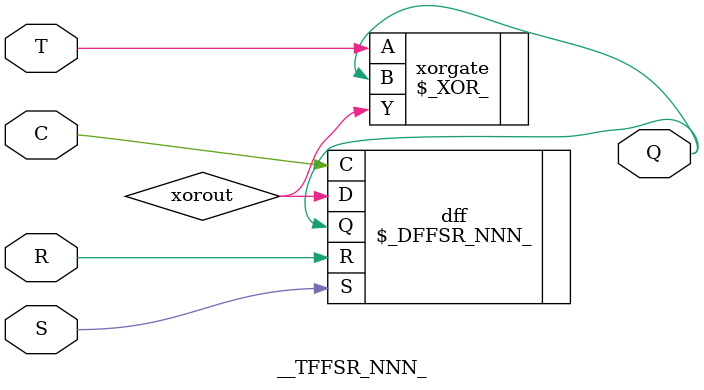
<source format=v>
module __TFFSR_NNN_ (C, S, R, T, Q);
	input C, S, R, T;
	output wire Q;
	wire xorout;
	$_XOR_ xorgate (
		.A(T),
		.B(Q),
		.Y(xorout),
	);
	$_DFFSR_NNN_ dff (
		.C(C),
		.D(xorout),
		.Q(Q),
		.S(S),
		.R(R),
	);
endmodule
</source>
